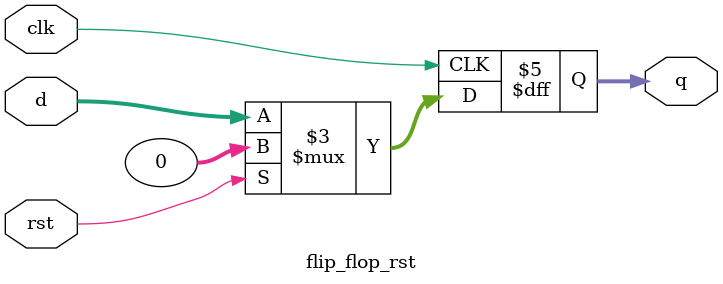
<source format=v>
module flip_flop_rst #(parameter n = 32) (
input wire clk,
input wire rst,
input wire [n-1:0] d,
output reg [n-1:0] q
);

always@(posedge clk)
begin
  if(rst)
    begin
      q <= 0 ;
    end
  else
    begin
      q <= d ; 
    end
end

endmodule

    


</source>
